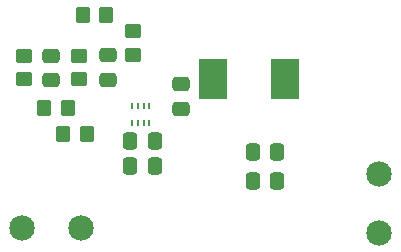
<source format=gbr>
G04 #@! TF.GenerationSoftware,KiCad,Pcbnew,9.0.2-9.0.2-0~ubuntu22.04.1*
G04 #@! TF.CreationDate,2025-06-26T23:22:32-04:00*
G04 #@! TF.ProjectId,6-13-2025_BuckConverter,362d3133-2d32-4303-9235-5f4275636b43,rev?*
G04 #@! TF.SameCoordinates,Original*
G04 #@! TF.FileFunction,Soldermask,Top*
G04 #@! TF.FilePolarity,Negative*
%FSLAX46Y46*%
G04 Gerber Fmt 4.6, Leading zero omitted, Abs format (unit mm)*
G04 Created by KiCad (PCBNEW 9.0.2-9.0.2-0~ubuntu22.04.1) date 2025-06-26 23:22:32*
%MOMM*%
%LPD*%
G01*
G04 APERTURE LIST*
G04 Aperture macros list*
%AMRoundRect*
0 Rectangle with rounded corners*
0 $1 Rounding radius*
0 $2 $3 $4 $5 $6 $7 $8 $9 X,Y pos of 4 corners*
0 Add a 4 corners polygon primitive as box body*
4,1,4,$2,$3,$4,$5,$6,$7,$8,$9,$2,$3,0*
0 Add four circle primitives for the rounded corners*
1,1,$1+$1,$2,$3*
1,1,$1+$1,$4,$5*
1,1,$1+$1,$6,$7*
1,1,$1+$1,$8,$9*
0 Add four rect primitives between the rounded corners*
20,1,$1+$1,$2,$3,$4,$5,0*
20,1,$1+$1,$4,$5,$6,$7,0*
20,1,$1+$1,$6,$7,$8,$9,0*
20,1,$1+$1,$8,$9,$2,$3,0*%
G04 Aperture macros list end*
%ADD10C,2.154000*%
%ADD11RoundRect,0.250000X0.450000X-0.350000X0.450000X0.350000X-0.450000X0.350000X-0.450000X-0.350000X0*%
%ADD12RoundRect,0.250000X0.337500X0.475000X-0.337500X0.475000X-0.337500X-0.475000X0.337500X-0.475000X0*%
%ADD13RoundRect,0.250000X0.350000X0.450000X-0.350000X0.450000X-0.350000X-0.450000X0.350000X-0.450000X0*%
%ADD14RoundRect,0.250000X0.475000X-0.337500X0.475000X0.337500X-0.475000X0.337500X-0.475000X-0.337500X0*%
%ADD15RoundRect,0.250000X-0.475000X0.337500X-0.475000X-0.337500X0.475000X-0.337500X0.475000X0.337500X0*%
%ADD16RoundRect,0.250000X-0.350000X-0.450000X0.350000X-0.450000X0.350000X0.450000X-0.350000X0.450000X0*%
%ADD17R,0.228600X0.508000*%
%ADD18RoundRect,0.250000X-0.337500X-0.475000X0.337500X-0.475000X0.337500X0.475000X-0.337500X0.475000X0*%
%ADD19RoundRect,0.250000X-0.450000X0.350000X-0.450000X-0.350000X0.450000X-0.350000X0.450000X0.350000X0*%
%ADD20R,2.350000X3.500000*%
G04 APERTURE END LIST*
D10*
X137025000Y-71315000D03*
X137025000Y-66315000D03*
D11*
X106985000Y-56285000D03*
X106985000Y-58285000D03*
D12*
X128425000Y-66855000D03*
X126350000Y-66855000D03*
D13*
X112315000Y-62935000D03*
X110315000Y-62935000D03*
D14*
X114075000Y-58325000D03*
X114075000Y-56250000D03*
D15*
X120325000Y-58697500D03*
X120325000Y-60772500D03*
D16*
X111955000Y-52795000D03*
X113955000Y-52795000D03*
D17*
X116116499Y-61953501D03*
X116616500Y-61953501D03*
X117116500Y-61953501D03*
X117616501Y-61953501D03*
X117616501Y-60556501D03*
X117116500Y-60556501D03*
X116616500Y-60556501D03*
X116116499Y-60556501D03*
D11*
X111675000Y-58275000D03*
X111675000Y-56275000D03*
D18*
X115990000Y-65605000D03*
X118065000Y-65605000D03*
D19*
X116205000Y-54205000D03*
X116205000Y-56205000D03*
D14*
X109315000Y-58352500D03*
X109315000Y-56277500D03*
D18*
X115990000Y-63505000D03*
X118065000Y-63505000D03*
D10*
X111845000Y-70905000D03*
X106845000Y-70905000D03*
D12*
X128425000Y-64455000D03*
X126350000Y-64455000D03*
D20*
X123025000Y-58250000D03*
X129075000Y-58250000D03*
D13*
X110675000Y-60675000D03*
X108675000Y-60675000D03*
M02*

</source>
